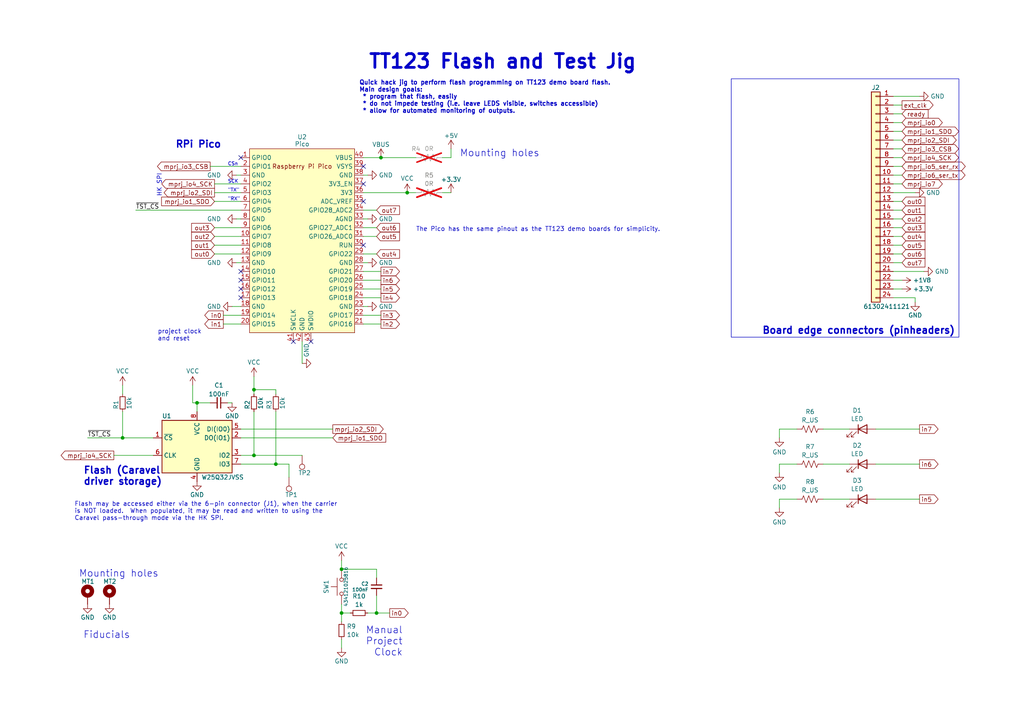
<source format=kicad_sch>
(kicad_sch (version 20230121) (generator eeschema)
  (paper "A4")
  (title_block (title "TT123 Flash and Test Jig") (date "2023-12-15") (rev "1.0") (company "Psychogenic Technologies INC") (comment 1 "(C) 2023 Pat Deegan"))
  (lib_symbols
    (symbol "Connector:TestPoint" (pin_numbers hide) (pin_names (offset 0.762) hide)
      (property "Reference" "TP" (at 0 6.858 0))
      (property "Value" "TestPoint" (at 0 5.08 0))
      (symbol "TestPoint_0_1"
        (circle (center 0 3.302) (radius 0.762))
      )
      (symbol "TestPoint_1_1"
        (pin passive line (at 0 0 90) (length 2.54) (name "1") (number "1"))
      )
    )
    (symbol "Connector_Generic:Conn_01x24" (pin_names (offset 1.016) hide)
      (property "Reference" "J" (at 0 30.48 0))
      (property "Value" "Conn_01x24" (at 0 -33.02 0))
      (symbol "Conn_01x24_1_1"
        (rectangle (start -1.27 -30.353) (end 0 -30.607) (stroke (width 0.1524)))
        (rectangle (start -1.27 -27.813) (end 0 -28.067) (stroke (width 0.1524)))
        (rectangle (start -1.27 -25.273) (end 0 -25.527) (stroke (width 0.1524)))
        (rectangle (start -1.27 -22.733) (end 0 -22.987) (stroke (width 0.1524)))
        (rectangle (start -1.27 -20.193) (end 0 -20.447) (stroke (width 0.1524)))
        (rectangle (start -1.27 -17.653) (end 0 -17.907) (stroke (width 0.1524)))
        (rectangle (start -1.27 -15.113) (end 0 -15.367) (stroke (width 0.1524)))
        (rectangle (start -1.27 -12.573) (end 0 -12.827) (stroke (width 0.1524)))
        (rectangle (start -1.27 -10.033) (end 0 -10.287) (stroke (width 0.1524)))
        (rectangle (start -1.27 -7.493) (end 0 -7.747) (stroke (width 0.1524)))
        (rectangle (start -1.27 -4.953) (end 0 -5.207) (stroke (width 0.1524)))
        (rectangle (start -1.27 -2.413) (end 0 -2.667) (stroke (width 0.1524)))
        (rectangle (start -1.27 0.127) (end 0 -0.127) (stroke (width 0.1524)))
        (rectangle (start -1.27 2.667) (end 0 2.413) (stroke (width 0.1524)))
        (rectangle (start -1.27 5.207) (end 0 4.953) (stroke (width 0.1524)))
        (rectangle (start -1.27 7.747) (end 0 7.493) (stroke (width 0.1524)))
        (rectangle (start -1.27 10.287) (end 0 10.033) (stroke (width 0.1524)))
        (rectangle (start -1.27 12.827) (end 0 12.573) (stroke (width 0.1524)))
        (rectangle (start -1.27 15.367) (end 0 15.113) (stroke (width 0.1524)))
        (rectangle (start -1.27 17.907) (end 0 17.653) (stroke (width 0.1524)))
        (rectangle (start -1.27 20.447) (end 0 20.193) (stroke (width 0.1524)))
        (rectangle (start -1.27 22.987) (end 0 22.733) (stroke (width 0.1524)))
        (rectangle (start -1.27 25.527) (end 0 25.273) (stroke (width 0.1524)))
        (rectangle (start -1.27 28.067) (end 0 27.813) (stroke (width 0.1524)))
        (rectangle (start -1.27 29.21) (end 1.27 -31.75) (stroke (width 0.254)) (fill (type background)))
        (pin passive line (at -5.08 27.94 0) (length 3.81) (name "Pin_1") (number "1"))
        (pin passive line (at -5.08 5.08 0) (length 3.81) (name "Pin_10") (number "10"))
        (pin passive line (at -5.08 2.54 0) (length 3.81) (name "Pin_11") (number "11"))
        (pin passive line (at -5.08 0 0) (length 3.81) (name "Pin_12") (number "12"))
        (pin passive line (at -5.08 -2.54 0) (length 3.81) (name "Pin_13") (number "13"))
        (pin passive line (at -5.08 -5.08 0) (length 3.81) (name "Pin_14") (number "14"))
        (pin passive line (at -5.08 -7.62 0) (length 3.81) (name "Pin_15") (number "15"))
        (pin passive line (at -5.08 -10.16 0) (length 3.81) (name "Pin_16") (number "16"))
        (pin passive line (at -5.08 -12.7 0) (length 3.81) (name "Pin_17") (number "17"))
        (pin passive line (at -5.08 -15.24 0) (length 3.81) (name "Pin_18") (number "18"))
        (pin passive line (at -5.08 -17.78 0) (length 3.81) (name "Pin_19") (number "19"))
        (pin passive line (at -5.08 25.4 0) (length 3.81) (name "Pin_2") (number "2"))
        (pin passive line (at -5.08 -20.32 0) (length 3.81) (name "Pin_20") (number "20"))
        (pin passive line (at -5.08 -22.86 0) (length 3.81) (name "Pin_21") (number "21"))
        (pin passive line (at -5.08 -25.4 0) (length 3.81) (name "Pin_22") (number "22"))
        (pin passive line (at -5.08 -27.94 0) (length 3.81) (name "Pin_23") (number "23"))
        (pin passive line (at -5.08 -30.48 0) (length 3.81) (name "Pin_24") (number "24"))
        (pin passive line (at -5.08 22.86 0) (length 3.81) (name "Pin_3") (number "3"))
        (pin passive line (at -5.08 20.32 0) (length 3.81) (name "Pin_4") (number "4"))
        (pin passive line (at -5.08 17.78 0) (length 3.81) (name "Pin_5") (number "5"))
        (pin passive line (at -5.08 15.24 0) (length 3.81) (name "Pin_6") (number "6"))
        (pin passive line (at -5.08 12.7 0) (length 3.81) (name "Pin_7") (number "7"))
        (pin passive line (at -5.08 10.16 0) (length 3.81) (name "Pin_8") (number "8"))
        (pin passive line (at -5.08 7.62 0) (length 3.81) (name "Pin_9") (number "9"))
      )
    )
    (symbol "Device:C_Small" (pin_numbers hide) (pin_names (offset 0.254) hide)
      (property "Reference" "C" (at 0.254 1.778 0))
      (property "Value" "C_Small" (at 0.254 -2.032 0))
      (symbol "C_Small_0_1"
        (polyline (pts (xy -1.524 -0.508) (xy 1.524 -0.508)) (stroke (width 0.3302)))
        (polyline (pts (xy -1.524 0.508) (xy 1.524 0.508)) (stroke (width 0.3048)))
      )
      (symbol "C_Small_1_1"
        (pin passive line (at 0 2.54 270) (length 2.032) (name "~") (number "1"))
        (pin passive line (at 0 -2.54 90) (length 2.032) (name "~") (number "2"))
      )
    )
    (symbol "Device:LED" (pin_numbers hide) (pin_names (offset 1.016) hide)
      (property "Reference" "D" (at 0 2.54 0))
      (property "Value" "LED" (at 0 -2.54 0))
      (symbol "LED_0_1"
        (polyline (pts (xy -1.27 -1.27) (xy -1.27 1.27)) (stroke (width 0.254)))
        (polyline (pts (xy -1.27 0) (xy 1.27 0)))
        (polyline (pts (xy 1.27 -1.27) (xy 1.27 1.27) (xy -1.27 0) (xy 1.27 -1.27)) (stroke (width 0.254)))
        (polyline (pts (xy -3.048 -0.762) (xy -4.572 -2.286) (xy -3.81 -2.286) (xy -4.572 -2.286) (xy -4.572 -1.524)))
        (polyline (pts (xy -1.778 -0.762) (xy -3.302 -2.286) (xy -2.54 -2.286) (xy -3.302 -2.286) (xy -3.302 -1.524)))
      )
      (symbol "LED_1_1"
        (pin passive line (at -3.81 0 0) (length 2.54) (name "K") (number "1"))
        (pin passive line (at 3.81 0 180) (length 2.54) (name "A") (number "2"))
      )
    )
    (symbol "Device:R_Small" (pin_numbers hide) (pin_names (offset 0.254) hide)
      (property "Reference" "R" (at 0.762 0.508 0))
      (property "Value" "R_Small" (at 0.762 -1.016 0))
      (symbol "R_Small_0_1"
        (rectangle (start -0.762 1.778) (end 0.762 -1.778) (stroke (width 0.2032)))
      )
      (symbol "R_Small_1_1"
        (pin passive line (at 0 2.54 270) (length 0.762) (name "~") (number "1"))
        (pin passive line (at 0 -2.54 90) (length 0.762) (name "~") (number "2"))
      )
    )
    (symbol "Device:R_US" (pin_numbers hide) (pin_names (offset 0))
      (property "Reference" "R" (at 2.54 0 90))
      (property "Value" "R_US" (at -2.54 0 90))
      (symbol "R_US_0_1"
        (polyline (pts (xy 0 -2.286) (xy 0 -2.54)))
        (polyline (pts (xy 0 2.286) (xy 0 2.54)))
        (polyline (pts (xy 0 -0.762) (xy 1.016 -1.143) (xy 0 -1.524) (xy -1.016 -1.905) (xy 0 -2.286)))
        (polyline (pts (xy 0 0.762) (xy 1.016 0.381) (xy 0 0) (xy -1.016 -0.381) (xy 0 -0.762)))
        (polyline (pts (xy 0 2.286) (xy 1.016 1.905) (xy 0 1.524) (xy -1.016 1.143) (xy 0 0.762)))
      )
      (symbol "R_US_1_1"
        (pin passive line (at 0 3.81 270) (length 1.27) (name "~") (number "1"))
        (pin passive line (at 0 -3.81 90) (length 1.27) (name "~") (number "2"))
      )
    )
    (symbol "GND_1" (power) (pin_names (offset 0))
      (property "Value" "GND_1" (at 0 -3.81 0))
      (symbol "GND_1_0_1"
        (polyline (pts (xy 0 0) (xy 0 -1.27) (xy 1.27 -1.27) (xy 0 -2.54) (xy -1.27 -1.27) (xy 0 -1.27)))
      )
      (symbol "GND_1_1_1"
        (pin power_in line (at 0 0 270) (length 0) hide (name "GND") (number "1"))
      )
    )
    (symbol "MCU_RaspberryPi_and_Boards:Pico"
      (property "Reference" "U" (at -13.97 27.94 0))
      (property "Value" "Pico" (at 0 19.05 0))
      (symbol "Pico_0_0"
        (text "Raspberry Pi Pico" (at 0 21.59 0) (effects (font (size 1.27 1.27))))
      )
      (symbol "Pico_0_1"
        (rectangle (start -15.24 26.67) (end 15.24 -26.67) (fill (type background)))
      )
      (symbol "Pico_1_1"
        (pin bidirectional line (at -17.78 24.13 0) (length 2.54) (name "GPIO0") (number "1"))
        (pin bidirectional line (at -17.78 1.27 0) (length 2.54) (name "GPIO7") (number "10"))
        (pin bidirectional line (at -17.78 -1.27 0) (length 2.54) (name "GPIO8") (number "11"))
        (pin bidirectional line (at -17.78 -3.81 0) (length 2.54) (name "GPIO9") (number "12"))
        (pin power_in line (at -17.78 -6.35 0) (length 2.54) (name "GND") (number "13"))
        (pin bidirectional line (at -17.78 -8.89 0) (length 2.54) (name "GPIO10") (number "14"))
        (pin bidirectional line (at -17.78 -11.43 0) (length 2.54) (name "GPIO11") (number "15"))
        (pin bidirectional line (at -17.78 -13.97 0) (length 2.54) (name "GPIO12") (number "16"))
        (pin bidirectional line (at -17.78 -16.51 0) (length 2.54) (name "GPIO13") (number "17"))
        (pin power_in line (at -17.78 -19.05 0) (length 2.54) (name "GND") (number "18"))
        (pin bidirectional line (at -17.78 -21.59 0) (length 2.54) (name "GPIO14") (number "19"))
        (pin bidirectional line (at -17.78 21.59 0) (length 2.54) (name "GPIO1") (number "2"))
        (pin bidirectional line (at -17.78 -24.13 0) (length 2.54) (name "GPIO15") (number "20"))
        (pin bidirectional line (at 17.78 -24.13 180) (length 2.54) (name "GPIO16") (number "21"))
        (pin bidirectional line (at 17.78 -21.59 180) (length 2.54) (name "GPIO17") (number "22"))
        (pin power_in line (at 17.78 -19.05 180) (length 2.54) (name "GND") (number "23"))
        (pin bidirectional line (at 17.78 -16.51 180) (length 2.54) (name "GPIO18") (number "24"))
        (pin bidirectional line (at 17.78 -13.97 180) (length 2.54) (name "GPIO19") (number "25"))
        (pin bidirectional line (at 17.78 -11.43 180) (length 2.54) (name "GPIO20") (number "26"))
        (pin bidirectional line (at 17.78 -8.89 180) (length 2.54) (name "GPIO21") (number "27"))
        (pin power_in line (at 17.78 -6.35 180) (length 2.54) (name "GND") (number "28"))
        (pin bidirectional line (at 17.78 -3.81 180) (length 2.54) (name "GPIO22") (number "29"))
        (pin power_in line (at -17.78 19.05 0) (length 2.54) (name "GND") (number "3"))
        (pin input line (at 17.78 -1.27 180) (length 2.54) (name "RUN") (number "30"))
        (pin bidirectional line (at 17.78 1.27 180) (length 2.54) (name "GPIO26_ADC0") (number "31"))
        (pin bidirectional line (at 17.78 3.81 180) (length 2.54) (name "GPIO27_ADC1") (number "32"))
        (pin power_in line (at 17.78 6.35 180) (length 2.54) (name "AGND") (number "33"))
        (pin bidirectional line (at 17.78 8.89 180) (length 2.54) (name "GPIO28_ADC2") (number "34"))
        (pin power_in line (at 17.78 11.43 180) (length 2.54) (name "ADC_VREF") (number "35"))
        (pin power_in line (at 17.78 13.97 180) (length 2.54) (name "3V3") (number "36"))
        (pin input line (at 17.78 16.51 180) (length 2.54) (name "3V3_EN") (number "37"))
        (pin bidirectional line (at 17.78 19.05 180) (length 2.54) (name "GND") (number "38"))
        (pin power_in line (at 17.78 21.59 180) (length 2.54) (name "VSYS") (number "39"))
        (pin bidirectional line (at -17.78 16.51 0) (length 2.54) (name "GPIO2") (number "4"))
        (pin power_in line (at 17.78 24.13 180) (length 2.54) (name "VBUS") (number "40"))
        (pin input line (at -2.54 -29.21 90) (length 2.54) (name "SWCLK") (number "41"))
        (pin power_in line (at 0 -29.21 90) (length 2.54) (name "GND") (number "42"))
        (pin bidirectional line (at 2.54 -29.21 90) (length 2.54) (name "SWDIO") (number "43"))
        (pin bidirectional line (at -17.78 13.97 0) (length 2.54) (name "GPIO3") (number "5"))
        (pin bidirectional line (at -17.78 11.43 0) (length 2.54) (name "GPIO4") (number "6"))
        (pin bidirectional line (at -17.78 8.89 0) (length 2.54) (name "GPIO5") (number "7"))
        (pin power_in line (at -17.78 6.35 0) (length 2.54) (name "GND") (number "8"))
        (pin bidirectional line (at -17.78 3.81 0) (length 2.54) (name "GPIO6") (number "9"))
      )
    )
    (symbol "Mechanical:MountingHole_Pad" (pin_numbers hide) (pin_names (offset 1.016) hide)
      (property "Reference" "H" (at 0 6.35 0))
      (property "Value" "MountingHole_Pad" (at 0 4.445 0))
      (symbol "MountingHole_Pad_0_1"
        (circle (center 0 1.27) (radius 1.27) (stroke (width 1.27)))
      )
      (symbol "MountingHole_Pad_1_1"
        (pin input line (at 0 -2.54 90) (length 2.54) (name "1") (number "1"))
      )
    )
    (symbol "Memory_Flash:W25Q32JVSS"
      (property "Reference" "U" (at -8.89 8.89 0))
      (property "Value" "W25Q32JVSS" (at 7.62 8.89 0))
      (symbol "W25Q32JVSS_0_1"
        (rectangle (start -10.16 7.62) (end 10.16 -7.62) (stroke (width 0.254)) (fill (type background)))
      )
      (symbol "W25Q32JVSS_1_1"
        (pin input line (at -12.7 2.54 0) (length 2.54) (name "~{CS}") (number "1"))
        (pin bidirectional line (at 12.7 2.54 180) (length 2.54) (name "DO(IO1)") (number "2"))
        (pin bidirectional line (at 12.7 -2.54 180) (length 2.54) (name "IO2") (number "3"))
        (pin power_in line (at 0 -10.16 90) (length 2.54) (name "GND") (number "4"))
        (pin bidirectional line (at 12.7 5.08 180) (length 2.54) (name "DI(IO0)") (number "5"))
        (pin input line (at -12.7 -2.54 0) (length 2.54) (name "CLK") (number "6"))
        (pin bidirectional line (at 12.7 -5.08 180) (length 2.54) (name "IO3") (number "7"))
        (pin power_in line (at 0 10.16 270) (length 2.54) (name "VCC") (number "8"))
      )
    )
    (symbol "Switch:SW_Push" (pin_numbers hide) (pin_names (offset 1.016) hide)
      (property "Reference" "SW" (at 1.27 2.54 0))
      (property "Value" "SW_Push" (at 0 -1.524 0))
      (symbol "SW_Push_0_1"
        (circle (center -2.032 0) (radius 0.508))
        (polyline (pts (xy 0 1.27) (xy 0 3.048)))
        (polyline (pts (xy 2.54 1.27) (xy -2.54 1.27)))
        (circle (center 2.032 0) (radius 0.508))
        (pin passive line (at -5.08 0 0) (length 2.54) (name "1") (number "1"))
        (pin passive line (at 5.08 0 180) (length 2.54) (name "2") (number "2"))
      )
    )
    (symbol "power:+1V8" (power) (pin_names (offset 0))
      (property "Value" "+1V8" (at 0 3.556 0))
      (symbol "+1V8_0_1"
        (polyline (pts (xy -0.762 1.27) (xy 0 2.54)))
        (polyline (pts (xy 0 0) (xy 0 2.54)))
        (polyline (pts (xy 0 2.54) (xy 0.762 1.27)))
      )
      (symbol "+1V8_1_1"
        (pin power_in line (at 0 0 90) (length 0) hide (name "+1V8") (number "1"))
      )
    )
    (symbol "power:+3.3V" (power) (pin_names (offset 0))
      (property "Value" "+3.3V" (at 0 3.556 0))
      (symbol "+3.3V_0_1"
        (polyline (pts (xy -0.762 1.27) (xy 0 2.54)))
        (polyline (pts (xy 0 0) (xy 0 2.54)))
        (polyline (pts (xy 0 2.54) (xy 0.762 1.27)))
      )
      (symbol "+3.3V_1_1"
        (pin power_in line (at 0 0 90) (length 0) hide (name "+3.3V") (number "1"))
      )
    )
    (symbol "power:+5V" (power) (pin_names (offset 0))
      (property "Value" "+5V" (at 0 3.556 0))
      (symbol "+5V_0_1"
        (polyline (pts (xy -0.762 1.27) (xy 0 2.54)))
        (polyline (pts (xy 0 0) (xy 0 2.54)))
        (polyline (pts (xy 0 2.54) (xy 0.762 1.27)))
      )
      (symbol "+5V_1_1"
        (pin power_in line (at 0 0 90) (length 0) hide (name "+5V") (number "1"))
      )
    )
    (symbol "power:GND" (power) (pin_names (offset 0))
      (property "Value" "GND" (at 0 -3.81 0))
      (symbol "GND_0_1"
        (polyline (pts (xy 0 0) (xy 0 -1.27) (xy 1.27 -1.27) (xy 0 -2.54) (xy -1.27 -1.27) (xy 0 -1.27)))
      )
      (symbol "GND_1_1"
        (pin power_in line (at 0 0 270) (length 0) hide (name "GND") (number "1"))
      )
    )
    (symbol "power:VBUS" (power) (pin_names (offset 0))
      (property "Value" "VBUS" (at 0 3.81 0))
      (symbol "VBUS_0_1"
        (polyline (pts (xy -0.762 1.27) (xy 0 2.54)))
        (polyline (pts (xy 0 0) (xy 0 2.54)))
        (polyline (pts (xy 0 2.54) (xy 0.762 1.27)))
      )
      (symbol "VBUS_1_1"
        (pin power_in line (at 0 0 90) (length 0) hide (name "VBUS") (number "1"))
      )
    )
    (symbol "power:VCC" (power) (pin_names (offset 0))
      (property "Value" "VCC" (at 0 3.81 0))
      (symbol "VCC_0_1"
        (polyline (pts (xy -0.762 1.27) (xy 0 2.54)))
        (polyline (pts (xy 0 0) (xy 0 2.54)))
        (polyline (pts (xy 0 2.54) (xy 0.762 1.27)))
      )
      (symbol "VCC_1_1"
        (pin power_in line (at 0 0 90) (length 0) hide (name "VCC") (number "1"))
      )
    )
    (symbol "psypassives:R_0R_0603_JUMPER" (pin_numbers hide) (pin_names (offset 0))
      (property "Reference" "R" (at 2.54 0 90))
      (property "Display Value" "0R" (at 11.43 1.524 0))
      (symbol "R_0R_0603_JUMPER_0_1"
        (polyline (pts (xy 0 -2.286) (xy 0 -2.54)))
        (polyline (pts (xy 0 2.286) (xy 0 2.54)))
        (polyline (pts (xy 0 -0.762) (xy 1.016 -1.143) (xy 0 -1.524) (xy -1.016 -1.905) (xy 0 -2.286)))
        (polyline (pts (xy 0 0.762) (xy 1.016 0.381) (xy 0 0) (xy -1.016 -0.381) (xy 0 -0.762)))
        (polyline (pts (xy 0 2.286) (xy 1.016 1.905) (xy 0 1.524) (xy -1.016 1.143) (xy 0 0.762)))
      )
      (symbol "R_0R_0603_JUMPER_1_1"
        (pin passive line (at 0 3.81 270) (length 1.27) (name "~") (number "1"))
        (pin passive line (at 0 -3.81 90) (length 1.27) (name "~") (number "2"))
      )
    )
  )
  (junction (at 57.15 116.84))
  (junction (at 73.66 113.03))
  (junction (at 35.56 127))
  (junction (at 109.22 177.8))
  (junction (at 110.49 45.72))
  (junction (at 80.01 134.62))
  (junction (at 99.06 177.8))
  (junction (at 73.66 132.08))
  (junction (at 99.06 165.1))
  (junction (at 118.11 55.88))
  (no_connect (at 105.41 53.34))
  (no_connect (at 105.41 48.26))
  (no_connect (at 69.85 86.36))
  (no_connect (at 85.09 99.06))
  (no_connect (at 69.85 45.72))
  (no_connect (at 69.85 81.28))
  (no_connect (at 105.41 71.12))
  (no_connect (at 69.85 78.74))
  (no_connect (at 69.85 83.82))
  (no_connect (at 105.41 58.42))
  (no_connect (at 90.17 99.06))
  (wire (pts (xy 259.08 83.82) (xy 261.62 83.82)))
  (wire (pts (xy 226.06 134.62) (xy 231.14 134.62)))
  (wire (pts (xy 261.62 71.12) (xy 259.08 71.12)))
  (wire (pts (xy 261.62 35.56) (xy 259.08 35.56)))
  (wire (pts (xy 128.27 55.88) (xy 130.81 55.88)))
  (wire (pts (xy 105.41 45.72) (xy 110.49 45.72)))
  (wire (pts (xy 110.49 45.72) (xy 120.65 45.72)))
  (wire (pts (xy 261.62 58.42) (xy 259.08 58.42)))
  (wire (pts (xy 118.11 55.88) (xy 120.65 55.88)))
  (wire (pts (xy 105.41 73.66) (xy 109.22 73.66)))
  (wire (pts (xy 254 134.62) (xy 266.7 134.62)))
  (wire (pts (xy 105.41 55.88) (xy 118.11 55.88)))
  (wire (pts (xy 99.06 165.1) (xy 109.22 165.1)))
  (wire (pts (xy 109.22 165.1) (xy 109.22 167.64)))
  (wire (pts (xy 130.81 45.72) (xy 128.27 45.72)))
  (wire (pts (xy 62.23 66.04) (xy 69.85 66.04)))
  (wire (pts (xy 33.02 132.08) (xy 44.45 132.08)))
  (wire (pts (xy 55.88 111.76) (xy 55.88 116.84)))
  (wire (pts (xy 80.01 113.03) (xy 80.01 114.3)))
  (wire (pts (xy 105.41 78.74) (xy 110.49 78.74)))
  (wire (pts (xy 261.62 38.1) (xy 259.08 38.1)))
  (wire (pts (xy 99.06 185.42) (xy 99.06 187.96)))
  (wire (pts (xy 105.41 66.04) (xy 109.22 66.04)))
  (wire (pts (xy 130.81 43.18) (xy 130.81 45.72)))
  (wire (pts (xy 261.62 66.04) (xy 259.08 66.04)))
  (wire (pts (xy 80.01 134.62) (xy 83.82 134.62)))
  (wire (pts (xy 261.62 45.72) (xy 259.08 45.72)))
  (wire (pts (xy 259.08 78.74) (xy 267.97 78.74)))
  (wire (pts (xy 259.08 86.36) (xy 265.43 86.36)))
  (wire (pts (xy 35.56 119.38) (xy 35.56 127)))
  (wire (pts (xy 69.85 63.5) (xy 68.58 63.5)))
  (wire (pts (xy 60.96 48.26) (xy 69.85 48.26)))
  (wire (pts (xy 261.62 43.18) (xy 259.08 43.18)))
  (wire (pts (xy 226.06 127) (xy 226.06 124.46)))
  (wire (pts (xy 226.06 137.16) (xy 226.06 134.62)))
  (wire (pts (xy 226.06 147.32) (xy 226.06 144.78)))
  (wire (pts (xy 105.41 60.96) (xy 109.22 60.96)))
  (wire (pts (xy 68.58 76.2) (xy 69.85 76.2)))
  (wire (pts (xy 64.77 93.98) (xy 69.85 93.98)))
  (wire (pts (xy 261.62 30.48) (xy 259.08 30.48)))
  (wire (pts (xy 265.43 86.36) (xy 265.43 87.63)))
  (wire (pts (xy 106.68 177.8) (xy 109.22 177.8)))
  (wire (pts (xy 254 124.46) (xy 266.7 124.46)))
  (wire (pts (xy 99.06 162.56) (xy 99.06 165.1)))
  (wire (pts (xy 238.76 134.62) (xy 246.38 134.62)))
  (wire (pts (xy 259.08 55.88) (xy 265.43 55.88)))
  (wire (pts (xy 109.22 172.72) (xy 109.22 177.8)))
  (wire (pts (xy 261.62 68.58) (xy 259.08 68.58)))
  (wire (pts (xy 69.85 124.46) (xy 96.52 124.46)))
  (wire (pts (xy 254 144.78) (xy 266.7 144.78)))
  (wire (pts (xy 99.06 177.8) (xy 101.6 177.8)))
  (wire (pts (xy 39.37 60.96) (xy 69.85 60.96)))
  (wire (pts (xy 226.06 124.46) (xy 231.14 124.46)))
  (wire (pts (xy 80.01 119.38) (xy 80.01 134.62)))
  (wire (pts (xy 226.06 144.78) (xy 231.14 144.78)))
  (wire (pts (xy 69.85 132.08) (xy 73.66 132.08)))
  (wire (pts (xy 105.41 93.98) (xy 110.49 93.98)))
  (wire (pts (xy 73.66 109.22) (xy 73.66 113.03)))
  (wire (pts (xy 259.08 50.8) (xy 261.62 50.8)))
  (wire (pts (xy 73.66 113.03) (xy 73.66 114.3)))
  (wire (pts (xy 62.23 58.42) (xy 69.85 58.42)))
  (wire (pts (xy 35.56 111.76) (xy 35.56 114.3)))
  (wire (pts (xy 105.41 76.2) (xy 106.68 76.2)))
  (wire (pts (xy 69.85 50.8) (xy 68.58 50.8)))
  (wire (pts (xy 259.08 81.28) (xy 261.62 81.28)))
  (wire (pts (xy 55.88 116.84) (xy 57.15 116.84)))
  (wire (pts (xy 238.76 124.46) (xy 246.38 124.46)))
  (wire (pts (xy 99.06 177.8) (xy 99.06 180.34)))
  (wire (pts (xy 62.23 55.88) (xy 69.85 55.88)))
  (wire (pts (xy 62.23 68.58) (xy 69.85 68.58)))
  (wire (pts (xy 62.23 71.12) (xy 69.85 71.12)))
  (wire (pts (xy 105.41 68.58) (xy 109.22 68.58)))
  (wire (pts (xy 261.62 40.64) (xy 259.08 40.64)))
  (wire (pts (xy 105.41 50.8) (xy 106.68 50.8)))
  (wire (pts (xy 73.66 132.08) (xy 87.63 132.08)))
  (wire (pts (xy 238.76 144.78) (xy 246.38 144.78)))
  (wire (pts (xy 105.41 86.36) (xy 110.49 86.36)))
  (wire (pts (xy 62.23 73.66) (xy 69.85 73.66)))
  (wire (pts (xy 261.62 48.26) (xy 259.08 48.26)))
  (wire (pts (xy 69.85 127) (xy 96.52 127)))
  (wire (pts (xy 261.62 76.2) (xy 259.08 76.2)))
  (wire (pts (xy 105.41 63.5) (xy 106.68 63.5)))
  (wire (pts (xy 66.04 116.84) (xy 67.31 116.84)))
  (wire (pts (xy 261.62 63.5) (xy 259.08 63.5)))
  (wire (pts (xy 69.85 88.9) (xy 67.31 88.9)))
  (wire (pts (xy 109.22 177.8) (xy 113.03 177.8)))
  (wire (pts (xy 105.41 88.9) (xy 106.68 88.9)))
  (wire (pts (xy 261.62 73.66) (xy 259.08 73.66)))
  (wire (pts (xy 73.66 132.08) (xy 73.66 119.38)))
  (wire (pts (xy 57.15 116.84) (xy 57.15 119.38)))
  (wire (pts (xy 105.41 83.82) (xy 110.49 83.82)))
  (wire (pts (xy 105.41 81.28) (xy 110.49 81.28)))
  (wire (pts (xy 105.41 91.44) (xy 110.49 91.44)))
  (wire (pts (xy 62.23 53.34) (xy 69.85 53.34)))
  (wire (pts (xy 87.63 99.06) (xy 87.63 105.41)))
  (wire (pts (xy 57.15 116.84) (xy 60.96 116.84)))
  (wire (pts (xy 69.85 134.62) (xy 80.01 134.62)))
  (wire (pts (xy 261.62 33.02) (xy 259.08 33.02)))
  (wire (pts (xy 259.08 53.34) (xy 261.62 53.34)))
  (wire (pts (xy 99.06 175.26) (xy 99.06 177.8)))
  (wire (pts (xy 73.66 113.03) (xy 80.01 113.03)))
  (wire (pts (xy 64.77 91.44) (xy 69.85 91.44)))
  (wire (pts (xy 35.56 127) (xy 44.45 127)))
  (wire (pts (xy 259.08 27.94) (xy 266.7 27.94)))
  (wire (pts (xy 25.4 127) (xy 35.56 127)))
  (wire (pts (xy 83.82 134.62) (xy 83.82 138.43)))
  (wire (pts (xy 261.62 60.96) (xy 259.08 60.96)))
  (rectangle (start 212.09 22.86) (end 278.13 97.79))
  (text "Flash may be accessed either via the 6-pin connector (J1), when the carrier\nis NOT loaded.  When populated, it may be read and written to using the \nCaravel pass-through mode via the HK SPI." (at 21.59 151.13 0) (effects (font (size 1.27 1.27)) (justify left bottom)))
  (text "Quick hack jig to perform flash programming on TT123 demo board flash.  \nMain design goals:\n * program that flash, easily\n * do not impede testing (i.e. leave LEDS visible, switches accessible)\n * allow for automated monitoring of outputs." (at 104.14 33.02 0) (effects (font (size 1.27 1.27) bold) (justify left bottom)))
  (text "Flash (Caravel \ndriver storage)" (at 24.13 140.97 0) (effects (font (size 2 2) (thickness 0.4) bold) (justify left bottom)))
  (text "RPi Pico" (at 50.8 43.18 0) (effects (font (size 2 2) (thickness 0.4) bold) (justify left bottom)))
  (text "TT123 Flash and Test Jig" (at 106.68 20.32 0) (effects (font (size 4 4) (thickness 0.8) bold) (justify left bottom)))
  (text "Fiducials" (at 24.13 185.42 0) (effects (font (size 2 2)) (justify left bottom)))
  (text "SCK" (at 66.04 53.34 0) (effects (font (size 1 1)) (justify left bottom)))
  (text "HK SPI" (at 46.99 57.15 90) (effects (font (size 1.27 1.27)) (justify left bottom)))
  (text "Board edge connectors (pinheaders)" (at 220.98 97.155 0) (effects (font (size 2 2) (thickness 0.4) bold) (justify left bottom)))
  (text "project clock\nand reset" (at 45.72 99.06 0) (effects (font (size 1.27 1.27)) (justify left bottom)))
  (text "Mounting holes" (at 133.35 45.72 0) (effects (font (size 2 2)) (justify left bottom)))
  (text "Mounting holes" (at 22.86 167.64 0) (effects (font (size 2 2)) (justify left bottom)))
  (text "\"TX\"" (at 66.04 55.88 0) (effects (font (size 1 1)) (justify left bottom)))
  (text "The Pico has the same pinout as the TT123 demo boards for simplicity." (at 120.65 67.31 0) (effects (font (size 1.27 1.27)) (justify left bottom)))
  (text "\"RX\"" (at 66.04 58.42 0) (effects (font (size 1 1)) (justify left bottom)))
  (text "Manual\nProject\nClock" (at 116.84 190.5 0) (effects (font (size 2 2)) (justify right bottom)))
  (text "CSn" (at 66.04 48.26 0) (effects (font (size 1 1)) (justify left bottom)))
  (label "~{TST_CS}" (at 39.37 60.96 0))
  (label "~{TST_CS}" (at 25.4 127 0))
  (global_label "mprj_io2_SDI" (shape output) (at 96.52 124.46 0) (property "Intersheetrefs" "${INTERSHEET_REFS}" (effects hide)))
  (global_label "out4" (shape input) (at 261.62 68.58 0) (property "Intersheetrefs" "${INTERSHEET_REFS}" (effects hide)))
  (global_label "in0" (shape output) (at 64.77 91.44 180) (property "Intersheetrefs" "${INTERSHEET_REFS}" (effects hide)))
  (global_label "mprj_io4_SCK" (shape output) (at 33.02 132.08 180) (property "Intersheetrefs" "${INTERSHEET_REFS}" (effects hide)))
  (global_label "mprj_io4_SCK" (shape bidirectional) (at 261.62 45.72 0) (property "Intersheetrefs" "${INTERSHEET_REFS}" (effects hide)))
  (global_label "out7" (shape input) (at 261.62 76.2 0) (property "Intersheetrefs" "${INTERSHEET_REFS}" (effects hide)))
  (global_label "out7" (shape input) (at 109.22 60.96 0) (property "Intersheetrefs" "${INTERSHEET_REFS}" (effects hide)))
  (global_label "ready" (shape input) (at 261.62 33.02 0) (property "Intersheetrefs" "${INTERSHEET_REFS}" (effects hide)))
  (global_label "mprj_io3_CSB" (shape output) (at 60.96 48.26 180) (property "Intersheetrefs" "${INTERSHEET_REFS}" (effects hide)))
  (global_label "out2" (shape input) (at 62.23 68.58 180) (property "Intersheetrefs" "${INTERSHEET_REFS}" (effects hide)))
  (global_label "mprj_io4_SCK" (shape output) (at 62.23 53.34 180) (property "Intersheetrefs" "${INTERSHEET_REFS}" (effects hide)))
  (global_label "in6" (shape output) (at 266.7 134.62 0) (property "Intersheetrefs" "${INTERSHEET_REFS}" (effects hide)))
  (global_label "ext_clk" (shape output) (at 261.62 30.48 0) (property "Intersheetrefs" "${INTERSHEET_REFS}" (effects hide)))
  (global_label "mprj_io6_ser_tx" (shape bidirectional) (at 261.62 50.8 0) (property "Intersheetrefs" "${INTERSHEET_REFS}" (effects hide)))
  (global_label "mprj_io2_SDI" (shape output) (at 62.23 55.88 180) (property "Intersheetrefs" "${INTERSHEET_REFS}" (effects hide)))
  (global_label "out5" (shape input) (at 109.22 68.58 0) (property "Intersheetrefs" "${INTERSHEET_REFS}" (effects hide)))
  (global_label "out0" (shape input) (at 62.23 73.66 180) (property "Intersheetrefs" "${INTERSHEET_REFS}" (effects hide)))
  (global_label "in7" (shape output) (at 110.49 78.74 0) (property "Intersheetrefs" "${INTERSHEET_REFS}" (effects hide)))
  (global_label "in7" (shape output) (at 266.7 124.46 0) (property "Intersheetrefs" "${INTERSHEET_REFS}" (effects hide)))
  (global_label "in1" (shape output) (at 64.77 93.98 180) (property "Intersheetrefs" "${INTERSHEET_REFS}" (effects hide)))
  (global_label "mprj_io3_CSB" (shape bidirectional) (at 261.62 43.18 0) (property "Intersheetrefs" "${INTERSHEET_REFS}" (effects hide)))
  (global_label "mprj_io1_SDO" (shape input) (at 62.23 58.42 180) (property "Intersheetrefs" "${INTERSHEET_REFS}" (effects hide)))
  (global_label "out6" (shape input) (at 109.22 66.04 0) (property "Intersheetrefs" "${INTERSHEET_REFS}" (effects hide)))
  (global_label "in0" (shape output) (at 113.03 177.8 0) (property "Intersheetrefs" "${INTERSHEET_REFS}" (effects hide)))
  (global_label "in4" (shape output) (at 110.49 86.36 0) (property "Intersheetrefs" "${INTERSHEET_REFS}" (effects hide)))
  (global_label "out6" (shape input) (at 261.62 73.66 0) (property "Intersheetrefs" "${INTERSHEET_REFS}" (effects hide)))
  (global_label "mprj_io2_SDI" (shape bidirectional) (at 261.62 40.64 0) (property "Intersheetrefs" "${INTERSHEET_REFS}" (effects hide)))
  (global_label "in6" (shape output) (at 110.49 81.28 0) (property "Intersheetrefs" "${INTERSHEET_REFS}" (effects hide)))
  (global_label "out0" (shape input) (at 261.62 58.42 0) (property "Intersheetrefs" "${INTERSHEET_REFS}" (effects hide)))
  (global_label "mprj_io1_SDO" (shape bidirectional) (at 261.62 38.1 0) (property "Intersheetrefs" "${INTERSHEET_REFS}" (effects hide)))
  (global_label "in5" (shape output) (at 266.7 144.78 0) (property "Intersheetrefs" "${INTERSHEET_REFS}" (effects hide)))
  (global_label "out5" (shape input) (at 261.62 71.12 0) (property "Intersheetrefs" "${INTERSHEET_REFS}" (effects hide)))
  (global_label "in5" (shape output) (at 110.49 83.82 0) (property "Intersheetrefs" "${INTERSHEET_REFS}" (effects hide)))
  (global_label "mprj_io5_ser_rx" (shape bidirectional) (at 261.62 48.26 0) (property "Intersheetrefs" "${INTERSHEET_REFS}" (effects hide)))
  (global_label "mprj_io1_SDO" (shape input) (at 96.52 127 0) (property "Intersheetrefs" "${INTERSHEET_REFS}" (effects hide)))
  (global_label "out4" (shape input) (at 109.22 73.66 0) (property "Intersheetrefs" "${INTERSHEET_REFS}" (effects hide)))
  (global_label "out1" (shape input) (at 261.62 60.96 0) (property "Intersheetrefs" "${INTERSHEET_REFS}" (effects hide)))
  (global_label "out1" (shape input) (at 62.23 71.12 180) (property "Intersheetrefs" "${INTERSHEET_REFS}" (effects hide)))
  (global_label "mprj_io0" (shape bidirectional) (at 261.62 35.56 0) (property "Intersheetrefs" "${INTERSHEET_REFS}" (effects hide)))
  (global_label "out3" (shape input) (at 261.62 66.04 0) (property "Intersheetrefs" "${INTERSHEET_REFS}" (effects hide)))
  (global_label "in2" (shape output) (at 110.49 93.98 0) (property "Intersheetrefs" "${INTERSHEET_REFS}" (effects hide)))
  (global_label "mprj_io7" (shape bidirectional) (at 261.62 53.34 0) (property "Intersheetrefs" "${INTERSHEET_REFS}" (effects hide)))
  (global_label "in3" (shape output) (at 110.49 91.44 0) (property "Intersheetrefs" "${INTERSHEET_REFS}" (effects hide)))
  (global_label "out2" (shape input) (at 261.62 63.5 0) (property "Intersheetrefs" "${INTERSHEET_REFS}" (effects hide)))
  (global_label "out3" (shape input) (at 62.23 66.04 180) (property "Intersheetrefs" "${INTERSHEET_REFS}" (effects hide)))
  (symbol (lib_id "power:GND") (at 267.97 78.74 90) (unit 1)
    (property "Reference" "#PWR025" (effects hide))
    (property "Value" "GND" (at 271.145 78.74 90) (effects (justify right)))
  )
  (symbol (lib_id "power:GND") (at 265.43 55.88 90) (unit 1)
    (property "Reference" "#PWR022" (effects hide))
    (property "Value" "GND" (at 268.605 55.88 90) (effects (justify right)))
  )
  (symbol (lib_id "Connector_Generic:Conn_01x24") (at 254 55.88 0) (mirror y) (unit 1)
    (property "Reference" "J2" (at 254 25.4 0))
    (property "Value" "61302411121" (at 257.175 88.9 0))
    (property "Footprint" "Connector_PinHeader_2.54mm:PinHeader_1x24_P2.54mm_Vertical" (effects hide))
    (property "Datasheet" "https://www.we-online.com/components/products/datasheet/61302411121.pdf" (effects hide))
    (property "MPN" "61302411121" (effects hide))
    (property "MPN_ALT" "68001-424HLF" (effects hide))
  )
  (symbol (lib_name "GND_1") (lib_id "power:GND") (at 226.06 137.16 0) (unit 1)
    (property "Reference" "#PWR027" (effects hide))
    (property "Value" "GND" (at 226.06 141.2931 0))
  )
  (symbol (lib_id "power:+3.3V") (at 130.81 55.88 0) (mirror y) (unit 1)
    (property "Reference" "#PWR019" (effects hide))
    (property "Value" "+3.3V" (at 130.81 52.07 0))
  )
  (symbol (lib_id "power:VCC") (at 99.06 162.56 0) (unit 1)
    (property "Reference" "#PWR07" (effects hide))
    (property "Value" "VCC" (at 99.06 158.4269 0))
  )
  (symbol (lib_id "Connector:TestPoint") (at 87.63 132.08 180) (unit 1) (in_bom no)
    (property "Reference" "TP2" (at 90.17 137.16 0) (effects (justify left)))
    (property "Value" "TestPoint" (effects hide))
    (property "Footprint" "TestPoint:TestPoint_Pad_D1.5mm" (effects hide))
  )
  (symbol (lib_id "MCU_RaspberryPi_and_Boards:Pico") (at 87.63 69.85 0) (unit 1)
    (property "Reference" "U2" (at 87.63 39.727 0))
    (property "Value" "Pico" (at 87.63 41.775 0))
    (property "Footprint" "MCU_RaspberryPi_and_Boards:RPi_Pico_SMD_TH" (effects hide))
  )
  (symbol (lib_id "Device:C_Small") (at 109.22 170.18 0) (unit 1)
    (property "Reference" "C2" (at 106.896 169.3395 0) (effects (font (size 1 1)) (justify right)))
    (property "Value" "100nF" (at 106.896 171.0331 0) (effects (font (size 1 1)) (justify right)))
    (property "Footprint" "Capacitor_SMD:C_0603_1608Metric" (effects hide))
    (property "MPN" "885012206095" (effects hide))
    (property "MPN_ALT" "CL10B104KB8NNWC" (effects hide))
  )
  (symbol (lib_id "Device:R_US") (at 234.95 124.46 90) (unit 1)
    (property "Reference" "R6" (at 234.95 119.4267 90))
    (property "Value" "R_US" (at 234.95 121.8509 90))
    (property "Footprint" "Resistor_SMD:R_0603_1608Metric" (effects hide))
  )
  (symbol (lib_id "power:VCC") (at 73.66 109.22 0) (unit 1)
    (property "Reference" "#PWR04" (effects hide))
    (property "Value" "VCC" (at 73.66 105.0869 0))
  )
  (symbol (lib_name "GND_1") (lib_id "power:GND") (at 226.06 127 0) (unit 1)
    (property "Reference" "#PWR026" (effects hide))
    (property "Value" "GND" (at 226.06 131.1331 0))
  )
  (symbol (lib_id "Device:R_Small") (at 35.56 116.84 0) (mirror y) (unit 1)
    (property "Reference" "R1" (at 33.655 118.745 90) (effects (justify left)))
    (property "Value" "10k" (at 37.465 118.745 90) (effects (justify left)))
    (property "Footprint" "Resistor_SMD:R_0603_1608Metric" (effects hide))
    (property "MPN" "WR06X1002FTL" (effects hide))
    (property "MPN_ALT" "RMCF0603FT10K0" (effects hide))
    (property "SMARTBOM" "10K 0603 1%" (effects hide))
    (property "Variant" "ONBOARD_FLASH" (effects hide))
  )
  (symbol (lib_id "power:GND") (at 99.06 187.96 0) (mirror y) (unit 1)
    (property "Reference" "#PWR031" (effects hide))
    (property "Value" "GND" (at 99.06 191.77 0))
  )
  (symbol (lib_id "power:GND") (at 68.58 63.5 270) (mirror x) (unit 1)
    (property "Reference" "#PWR010" (effects hide))
    (property "Value" "GND" (at 64.1351 63.5 90) (effects (justify right)))
  )
  (symbol (lib_id "Device:C_Small") (at 63.5 116.84 270) (unit 1)
    (property "Reference" "C1" (at 63.5 111.76 90))
    (property "Value" "100nF" (at 63.5 114.3 90))
    (property "Footprint" "Capacitor_SMD:C_0603_1608Metric" (effects hide))
    (property "MPN" "885012206095" (effects hide))
    (property "MPN_ALT" "CL10B104KB8NNWC" (effects hide))
  )
  (symbol (lib_id "Device:LED") (at 250.19 144.78 0) (unit 1)
    (property "Reference" "D3" (at 248.6025 139.3657 0))
    (property "Value" "LED" (at 248.6025 141.7899 0))
    (property "Footprint" "LED_SMD:LED_0603_1608Metric_Pad1.05x0.95mm_HandSolder" (effects hide))
  )
  (symbol (lib_id "Device:R_US") (at 234.95 134.62 90) (unit 1)
    (property "Reference" "R7" (at 234.95 129.5867 90))
    (property "Value" "R_US" (at 234.95 132.0109 90))
    (property "Footprint" "Resistor_SMD:R_0603_1608Metric" (effects hide))
  )
  (symbol (lib_id "power:GND") (at 106.68 88.9 90) (mirror x) (unit 1)
    (property "Reference" "#PWR016" (effects hide))
    (property "Value" "GND" (at 109.855 88.9 90) (effects (justify right)))
  )
  (symbol (lib_id "power:+5V") (at 130.81 43.18 0) (unit 1)
    (property "Reference" "#PWR018" (effects hide))
    (property "Value" "+5V" (at 130.81 39.37 0))
  )
  (symbol (lib_id "power:GND") (at 106.68 76.2 90) (mirror x) (unit 1)
    (property "Reference" "#PWR015" (effects hide))
    (property "Value" "GND" (at 109.855 76.2 90) (effects (justify right)))
  )
  (symbol (lib_id "power:GND") (at 68.58 50.8 270) (mirror x) (unit 1)
    (property "Reference" "#PWR09" (effects hide))
    (property "Value" "GND" (at 64.1351 50.8 90) (effects (justify right)))
  )
  (symbol (lib_id "Device:R_Small") (at 73.66 116.84 0) (mirror y) (unit 1)
    (property "Reference" "R2" (at 71.755 118.745 90) (effects (justify left)))
    (property "Value" "10k" (at 75.565 118.745 90) (effects (justify left)))
    (property "Footprint" "Resistor_SMD:R_0603_1608Metric" (effects hide))
    (property "MPN" "WR06X1002FTL" (effects hide))
    (property "MPN_ALT" "RMCF0603FT10K0" (effects hide))
    (property "SMARTBOM" "10K 0603 1%" (effects hide))
    (property "Variant" "ONBOARD_FLASH" (effects hide))
  )
  (symbol (lib_id "power:GND") (at 67.31 88.9 270) (mirror x) (unit 1)
    (property "Reference" "#PWR08" (effects hide))
    (property "Value" "GND" (at 64.1351 88.9 90) (effects (justify right)))
  )
  (symbol (lib_id "Mechanical:MountingHole_Pad") (at 25.4 172.72 0) (unit 1) (in_bom no)
    (property "Reference" "MT1" (at 23.5832 168.6503 0) (effects (justify left)))
    (property "Value" "MountingHole_Pad" (effects hide))
    (property "Footprint" "MountingHole:MountingHole_3.2mm_M3_Pad" (effects hide))
    (property "MPN" "DNP" (effects hide))
  )
  (symbol (lib_id "power:VCC") (at 35.56 111.76 0) (unit 1)
    (property "Reference" "#PWR030" (effects hide))
    (property "Value" "VCC" (at 35.56 107.6269 0))
  )
  (symbol (lib_id "Memory_Flash:W25Q32JVSS") (at 57.15 129.54 0) (unit 1)
    (property "Reference" "U1" (at 46.99 120.65 0) (effects (justify left)))
    (property "Value" "W25Q32JVSS" (at 58.42 138.43 0) (effects (justify left)))
    (property "Footprint" "Package_SO:SOIC-8_5.23x5.23mm_P1.27mm" (effects hide))
    (property "Datasheet" "http://www.winbond.com/resource-files/w25q32jv%20revg%2003272018%20plus.pdf" (effects hide))
    (property "MPN" "W25Q32JVSSIQ" (effects hide))
    (property "Variant" "ONBOARD_FLASH" (effects hide))
  )
  (symbol (lib_id "power:GND") (at 68.58 76.2 270) (mirror x) (unit 1)
    (property "Reference" "#PWR011" (effects hide))
    (property "Value" "GND" (at 64.1351 76.2 90) (effects (justify right)))
  )
  (symbol (lib_id "power:GND") (at 57.15 139.7 0) (mirror y) (unit 1)
    (property "Reference" "#PWR05" (effects hide))
    (property "Value" "GND" (at 57.15 143.51 0))
  )
  (symbol (lib_id "power:+1V8") (at 261.62 81.28 270) (unit 1)
    (property "Reference" "#PWR020" (effects hide))
    (property "Value" "+1V8" (at 264.795 81.28 90) (effects (justify left)))
  )
  (symbol (lib_id "power:+3.3V") (at 261.62 83.82 270) (unit 1)
    (property "Reference" "#PWR021" (effects hide))
    (property "Value" "+3.3V" (at 264.795 83.82 90) (effects (justify left)))
  )
  (symbol (lib_id "Device:R_Small") (at 99.06 182.88 0) (mirror y) (unit 1)
    (property "Reference" "R9" (at 100.5586 181.6679 0) (effects (justify right)))
    (property "Value" "10k" (at 100.5586 184.0921 0) (effects (justify right)))
    (property "Footprint" "Resistor_SMD:R_0603_1608Metric" (effects hide))
    (property "SMARTBOM" "10K 0603 1%" (effects hide))
    (property "MPN" "WR06X1002FTL" (effects hide))
    (property "MPN_ALT" "RMCF0603FT10K0" (effects hide))
  )
  (symbol (lib_id "Device:R_US") (at 234.95 144.78 90) (unit 1)
    (property "Reference" "R8" (at 234.95 139.7467 90))
    (property "Value" "R_US" (at 234.95 142.1709 90))
    (property "Footprint" "Resistor_SMD:R_0603_1608Metric" (effects hide))
  )
  (symbol (lib_id "Device:R_Small") (at 80.01 116.84 0) (mirror y) (unit 1)
    (property "Reference" "R3" (at 78.105 118.745 90) (effects (justify left)))
    (property "Value" "10k" (at 81.915 118.745 90) (effects (justify left)))
    (property "Footprint" "Resistor_SMD:R_0603_1608Metric" (effects hide))
    (property "MPN" "WR06X1002FTL" (effects hide))
    (property "MPN_ALT" "RMCF0603FT10K0" (effects hide))
    (property "SMARTBOM" "10K 0603 1%" (effects hide))
    (property "Variant" "ONBOARD_FLASH" (effects hide))
  )
  (symbol (lib_id "power:GND") (at 31.75 175.26 0) (mirror y) (unit 1)
    (property "Reference" "#PWR02" (effects hide))
    (property "Value" "GND" (at 31.75 179.07 0))
  )
  (symbol (lib_id "Device:LED") (at 250.19 134.62 0) (unit 1)
    (property "Reference" "D2" (at 248.6025 129.2057 0))
    (property "Value" "LED" (at 248.6025 131.6299 0))
    (property "Footprint" "LED_SMD:LED_0603_1608Metric_Pad1.05x0.95mm_HandSolder" (effects hide))
  )
  (symbol (lib_id "power:VCC") (at 55.88 111.76 0) (unit 1)
    (property "Reference" "#PWR03" (effects hide))
    (property "Value" "VCC" (at 55.88 107.6269 0))
  )
  (symbol (lib_id "Device:R_Small") (at 104.14 177.8 270) (mirror x) (unit 1)
    (property "Reference" "R10" (at 104.14 172.9191 90))
    (property "Value" "1k" (at 104.14 175.3433 90))
    (property "Footprint" "Resistor_SMD:R_0603_1608Metric" (effects hide))
    (property "MPN" "WR06X1001FTL" (effects hide))
    (property "MPN_ALT" "RMCF0603FG1K00" (effects hide))
    (property "SMARTBOM" "1K 0603 1%" (effects hide))
  )
  (symbol (lib_id "power:VBUS") (at 110.49 45.72 0) (unit 1)
    (property "Reference" "#PWR017" (effects hide))
    (property "Value" "VBUS" (at 110.49 41.91 0))
  )
  (symbol (lib_id "Connector:TestPoint") (at 83.82 138.43 180) (unit 1) (in_bom no)
    (property "Reference" "TP1" (at 86.36 143.51 0) (effects (justify left)))
    (property "Value" "TestPoint" (effects hide))
    (property "Footprint" "TestPoint:TestPoint_Pad_D1.5mm" (effects hide))
  )
  (symbol (lib_id "Device:LED") (at 250.19 124.46 0) (unit 1)
    (property "Reference" "D1" (at 248.6025 119.0457 0))
    (property "Value" "LED" (at 248.6025 121.4699 0))
    (property "Footprint" "LED_SMD:LED_0603_1608Metric_Pad1.05x0.95mm_HandSolder" (effects hide))
  )
  (symbol (lib_id "psypassives:R_0R_0603_JUMPER") (at 124.46 55.88 90) (unit 1) (dnp yes)
    (property "Reference" "R5" (at 124.46 50.8467 90))
    (property "Value" "R_0R_0603_JUMPER" (effects hide))
    (property "Footprint" "Resistor_SMD:R_0603_1608Metric" (effects hide))
    (property "MPN" "CRG0603ZR" (effects hide))
    (property "DigikeyPN" "A106051CT-ND " (effects hide))
    (property "Display Value" "0R" (at 124.46 53.2709 90))
  )
  (symbol (lib_id "power:VCC") (at 118.11 55.88 0) (unit 1)
    (property "Reference" "#PWR029" (effects hide))
    (property "Value" "VCC" (at 118.11 51.7469 0))
  )
  (symbol (lib_id "Switch:SW_Push") (at 99.06 170.18 90) (unit 1)
    (property "Reference" "SW1" (at 94.615 170.18 0))
    (property "Value" "434121025816" (at 100.33 170.18 0) (effects (font (size 1 1))))
    (property "Footprint" "TinyTapeout:434121025816" (effects hide))
    (property "Datasheet" "https://www.we-online.com/components/products/datasheet/434121025816.pdf" (effects hide))
    (property "MPN" "434121025816" (effects hide))
    (property "MPN_ALT" "TS10-63-26-BE-250-SMT-TR" (effects hide))
  )
  (symbol (lib_id "power:GND") (at 106.68 63.5 90) (mirror x) (unit 1)
    (property "Reference" "#PWR014" (effects hide))
    (property "Value" "GND" (at 109.855 63.5 90) (effects (justify right)))
  )
  (symbol (lib_id "power:GND") (at 67.31 116.84 0) (mirror y) (unit 1)
    (property "Reference" "#PWR06" (effects hide))
    (property "Value" "GND" (at 67.31 120.65 0))
  )
  (symbol (lib_id "Mechanical:MountingHole_Pad") (at 31.75 172.72 0) (unit 1) (in_bom no)
    (property "Reference" "MT2" (at 29.9332 168.6503 0) (effects (justify left)))
    (property "Value" "MountingHole_Pad" (effects hide))
    (property "Footprint" "MountingHole:MountingHole_3.2mm_M3_Pad" (effects hide))
    (property "MPN" "DNP" (effects hide))
  )
  (symbol (lib_id "power:GND") (at 87.63 105.41 90) (mirror x) (unit 1)
    (property "Reference" "#PWR012" (effects hide))
    (property "Value" "GND" (at 88.9 101.6 0))
  )
  (symbol (lib_id "power:GND") (at 265.43 87.63 0) (unit 1)
    (property "Reference" "#PWR023" (effects hide))
    (property "Value" "GND" (at 265.43 91.44 0))
  )
  (symbol (lib_name "GND_1") (lib_id "power:GND") (at 226.06 147.32 0) (unit 1)
    (property "Reference" "#PWR028" (effects hide))
    (property "Value" "GND" (at 226.06 151.4531 0))
  )
  (symbol (lib_id "psypassives:R_0R_0603_JUMPER") (at 124.46 45.72 90) (unit 1) (dnp yes)
    (property "Reference" "R4" (at 120.65 43.18 90))
    (property "Value" "R_0R_0603_JUMPER" (effects hide))
    (property "Footprint" "Resistor_SMD:R_0603_1608Metric" (effects hide))
    (property "MPN" "CRG0603ZR" (effects hide))
    (property "DigikeyPN" "A106051CT-ND " (effects hide))
    (property "Display Value" "0R" (at 124.46 43.1109 90))
  )
  (symbol (lib_id "power:GND") (at 266.7 27.94 90) (unit 1)
    (property "Reference" "#PWR024" (effects hide))
    (property "Value" "GND" (at 269.875 27.94 90) (effects (justify right)))
  )
  (symbol (lib_id "power:GND") (at 25.4 175.26 0) (mirror y) (unit 1)
    (property "Reference" "#PWR01" (effects hide))
    (property "Value" "GND" (at 25.4 179.07 0))
  )
  (symbol (lib_id "power:GND") (at 106.68 50.8 90) (mirror x) (unit 1)
    (property "Reference" "#PWR013" (effects hide))
    (property "Value" "GND" (at 109.855 50.8 90) (effects (justify right)))
  )
)
</source>
